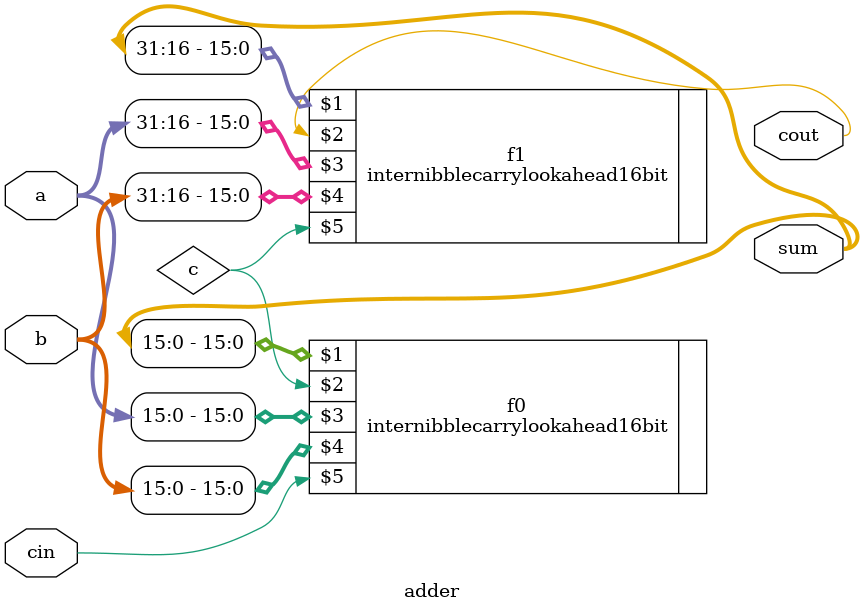
<source format=v>
`timescale 1ns / 1ps
module adder(output[31:0] sum,output cout,input[31:0] a,input[31:0] b,input cin);
	wire c;
	internibblecarrylookahead16bit f0 (sum[15:0], c, a[15:0], b[15:0], cin);
	internibblecarrylookahead16bit f1 (sum[31:16], cout, a[31:16], b[31:16], c);
endmodule

</source>
